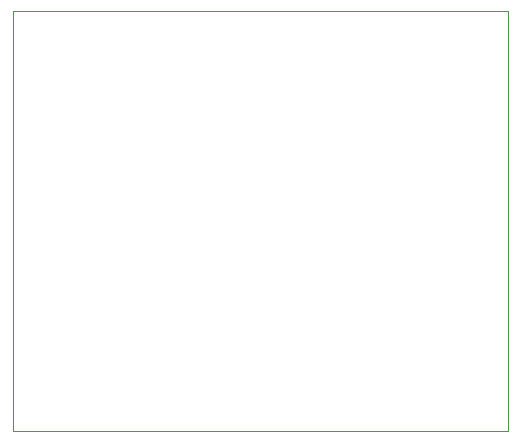
<source format=gbr>
%FSLAX34Y34*%
G04 Gerber Fmt 3.4, Leading zero omitted, Abs format*
G04 (created by PCBNEW (2014-02-15 BZR 4699)-product) date Sat 08 Mar 2014 11:33:38 PM EST*
%MOIN*%
G01*
G70*
G90*
G04 APERTURE LIST*
%ADD10C,0.005906*%
%ADD11C,0.003937*%
G04 APERTURE END LIST*
G54D10*
G54D11*
X26000Y-43500D02*
X27000Y-43500D01*
X26000Y-57500D02*
X26000Y-43500D01*
X42500Y-57500D02*
X26000Y-57500D01*
X42500Y-43500D02*
X42500Y-57500D01*
X26500Y-43500D02*
X42500Y-43500D01*
M02*

</source>
